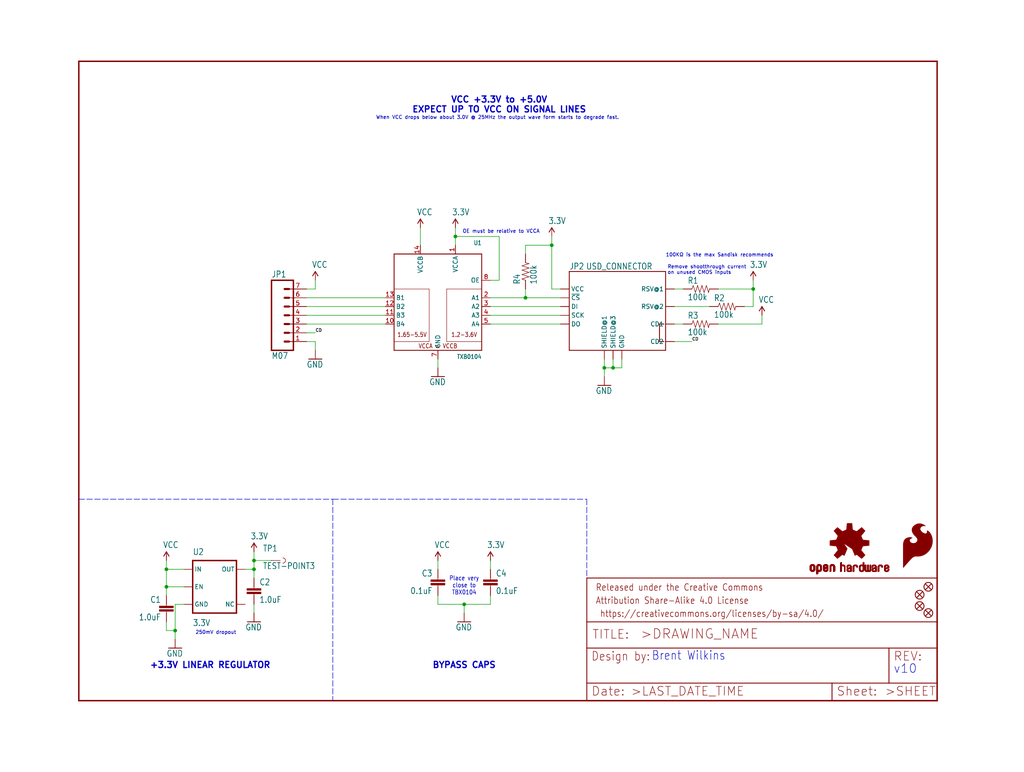
<source format=kicad_sch>
(kicad_sch (version 20211123) (generator eeschema)
  (paper "User" 297.002 223.926)
  (lib_symbols
    (symbol "eagleSchem-eagle-import:0.1UF-25V(+80{slash}-20%)(0603)"
      (property "Reference" "C" (at 1.524 2.921 0))
      (property "Value" "0.1UF-25V(+80{slash}-20%)(0603)" (at 1.524 -2.159 0))
      (symbol "0.1UF-25V(+80{slash}-20%)(0603)_1_0"
        (pin passive line (at 0 5.08 270) (length 2.54) (name "1") (number "1"))
        (pin passive line (at 0 -2.54 90) (length 2.54) (name "2") (number "2"))
      )
    )
    (symbol "eagleSchem-eagle-import:1.0UF-16V-10%(0603)"
      (property "Reference" "C" (at 1.524 2.921 0))
      (property "Value" "1.0UF-16V-10%(0603)" (at 1.524 -2.159 0))
      (symbol "1.0UF-16V-10%(0603)_1_0"
        (pin passive line (at 0 5.08 270) (length 2.54) (name "1") (number "1"))
        (pin passive line (at 0 -2.54 90) (length 2.54) (name "2") (number "2"))
      )
    )
    (symbol "eagleSchem-eagle-import:100KOHM-1{slash}10W-1%(0603)"
      (property "Reference" "R" (at -3.81 1.4986 0))
      (property "Value" "100KOHM-1{slash}10W-1%(0603)" (at -3.81 -3.302 0))
      (symbol "100KOHM-1{slash}10W-1%(0603)_1_0"
        (pin passive line (at -5.08 0 0) (length 2.54) (name "1") (number "1"))
        (pin passive line (at 5.08 0 180) (length 2.54) (name "2") (number "2"))
      )
    )
    (symbol "eagleSchem-eagle-import:3.3V" (power)
      (property "Value" "3.3V" (at -1.016 3.556 0))
      (symbol "3.3V_1_0"
        (pin power_in line (at 0 0 90) (length 2.54) (name "3.3V") (number "1"))
      )
    )
    (symbol "eagleSchem-eagle-import:FIDUCIAL1X2")
    (symbol "eagleSchem-eagle-import:FRAME-LETTER"
      (symbol "FRAME-LETTER_2_0"
        (text " https://creativecommons.org/licenses/by-sa/4.0/" (at 2.54 24.13 0) (effects (font (size 1.9304 1.6408)) (justify left bottom)))
        (text ">DRAWING_NAME" (at 15.494 17.78 0) (effects (font (size 2.7432 2.7432)) (justify left bottom)))
        (text ">LAST_DATE_TIME" (at 12.7 1.27 0) (effects (font (size 2.54 2.54)) (justify left bottom)))
        (text ">SHEET" (at 86.36 1.27 0) (effects (font (size 2.54 2.54)) (justify left bottom)))
        (text "Attribution Share-Alike 4.0 License" (at 2.54 27.94 0) (effects (font (size 1.9304 1.6408)) (justify left bottom)))
        (text "Date:" (at 1.27 1.27 0) (effects (font (size 2.54 2.54)) (justify left bottom)))
        (text "Design by:" (at 1.27 11.43 0) (effects (font (size 2.54 2.159)) (justify left bottom)))
        (text "Released under the Creative Commons" (at 2.54 31.75 0) (effects (font (size 1.9304 1.6408)) (justify left bottom)))
        (text "REV:" (at 88.9 11.43 0) (effects (font (size 2.54 2.54)) (justify left bottom)))
        (text "Sheet:" (at 72.39 1.27 0) (effects (font (size 2.54 2.54)) (justify left bottom)))
        (text "TITLE:" (at 1.524 17.78 0) (effects (font (size 2.54 2.54)) (justify left bottom)))
      )
    )
    (symbol "eagleSchem-eagle-import:GND" (power)
      (property "Value" "GND" (at -2.54 -2.54 0))
      (symbol "GND_1_0"
        (pin power_in line (at 0 2.54 270) (length 2.54) (name "GND") (number "1"))
      )
    )
    (symbol "eagleSchem-eagle-import:M07"
      (property "Reference" "JP" (at -5.08 13.462 0))
      (property "Value" "M07" (at -5.08 -10.16 0))
      (symbol "M07_1_0"
        (pin passive line (at 5.08 -5.08 180) (length 5.08) (name "1") (number "1"))
        (pin passive line (at 5.08 -2.54 180) (length 5.08) (name "2") (number "2"))
        (pin passive line (at 5.08 0 180) (length 5.08) (name "3") (number "3"))
        (pin passive line (at 5.08 2.54 180) (length 5.08) (name "4") (number "4"))
        (pin passive line (at 5.08 5.08 180) (length 5.08) (name "5") (number "5"))
        (pin passive line (at 5.08 7.62 180) (length 5.08) (name "6") (number "6"))
        (pin passive line (at 5.08 10.16 180) (length 5.08) (name "7") (number "7"))
      )
    )
    (symbol "eagleSchem-eagle-import:OSHW-LOGOS")
    (symbol "eagleSchem-eagle-import:SFE_LOGO_FLAME.2_INCH")
    (symbol "eagleSchem-eagle-import:TEST-POINT3"
      (property "Reference" "TP" (at -2.54 2.54 0))
      (property "Value" "TEST-POINT3" (at -2.54 -2.54 0))
      (symbol "TEST-POINT3_1_0"
        (pin bidirectional line (at 0 0 180) (length 0) (name "1") (number "P$1"))
      )
    )
    (symbol "eagleSchem-eagle-import:TXB0104PWRSOIC14"
      (property "Reference" "U" (at -12.7 17.78 0))
      (property "Value" "TXB0104PWRSOIC14" (at -12.7 -15.24 0))
      (symbol "TXB0104PWRSOIC14_1_0"
        (text "1.2-3.6V" (at -11.43 -8.89 0) (effects (font (size 1.27 1.0795)) (justify left bottom)))
        (text "1.65-5.5V" (at 3.175 -8.89 0) (effects (font (size 1.27 1.0795)) (justify left bottom)))
        (text "VCCA ≤ VCCB" (at 0 -12.192 0) (effects (font (size 1.27 1.0795)) (justify bottom)))
        (pin bidirectional line (at -5.08 17.78 270) (length 2.54) (name "VCCA") (number "1"))
        (pin bidirectional line (at 15.24 -5.08 180) (length 2.54) (name "B4") (number "10"))
        (pin bidirectional line (at 15.24 -2.54 180) (length 2.54) (name "B3") (number "11"))
        (pin bidirectional line (at 15.24 0 180) (length 2.54) (name "B2") (number "12"))
        (pin bidirectional line (at 15.24 2.54 180) (length 2.54) (name "B1") (number "13"))
        (pin bidirectional line (at 5.08 17.78 270) (length 2.54) (name "VCCB") (number "14"))
        (pin bidirectional line (at -15.24 2.54 0) (length 2.54) (name "A1") (number "2"))
        (pin bidirectional line (at -15.24 0 0) (length 2.54) (name "A2") (number "3"))
        (pin bidirectional line (at -15.24 -2.54 0) (length 2.54) (name "A3") (number "4"))
        (pin bidirectional line (at -15.24 -5.08 0) (length 2.54) (name "A4") (number "5"))
        (pin bidirectional line (at 0 -15.24 90) (length 2.54) (name "GND") (number "7"))
        (pin bidirectional line (at -15.24 7.62 0) (length 2.54) (name "OE") (number "8"))
      )
    )
    (symbol "eagleSchem-eagle-import:USD_CONNECTOR"
      (property "Reference" "J" (at -12.7 10.668 0))
      (property "Value" "USD_CONNECTOR" (at -7.874 10.668 0))
      (symbol "USD_CONNECTOR_1_0"
        (pin bidirectional line (at 17.78 -5.08 180) (length 2.54) (name "CD1") (number "CD1"))
        (pin bidirectional line (at 17.78 -10.16 180) (length 2.54) (name "CD2") (number "CD2"))
        (pin bidirectional line (at -15.24 2.54 0) (length 2.54) (name "~{CS}") (number "CS"))
        (pin bidirectional line (at -15.24 0 0) (length 2.54) (name "DI") (number "DI"))
        (pin bidirectional line (at -15.24 -5.08 0) (length 2.54) (name "DO") (number "DO"))
        (pin bidirectional line (at 2.54 -15.24 90) (length 2.54) (name "GND") (number "GND"))
        (pin bidirectional line (at -2.54 -15.24 90) (length 2.54) (name "SHIELD@1") (number "GND1"))
        (pin bidirectional line (at 0 -15.24 90) (length 2.54) (name "SHIELD@3") (number "GND3"))
        (pin bidirectional line (at 17.78 5.08 180) (length 2.54) (name "RSV@1") (number "RSV1"))
        (pin bidirectional line (at 17.78 0 180) (length 2.54) (name "RSV@2") (number "RSV2"))
        (pin bidirectional line (at -15.24 -2.54 0) (length 2.54) (name "SCK") (number "SCLK"))
        (pin bidirectional line (at -15.24 5.08 0) (length 2.54) (name "VCC") (number "VCC"))
      )
    )
    (symbol "eagleSchem-eagle-import:VCC" (power)
      (property "Value" "VCC" (at -1.016 3.556 0))
      (symbol "VCC_1_0"
        (pin power_in line (at 0 0 90) (length 2.54) (name "VCC") (number "1"))
      )
    )
    (symbol "eagleSchem-eagle-import:V_REG_AP2112K-3.3V"
      (property "Reference" "U" (at -7.62 9.144 0))
      (property "Value" "V_REG_AP2112K-3.3V" (at -7.62 -11.43 0))
      (symbol "V_REG_AP2112K-3.3V_1_0"
        (pin input line (at -10.16 5.08 0) (length 2.54) (name "IN") (number "1"))
        (pin input line (at -10.16 -5.08 0) (length 2.54) (name "GND") (number "2"))
        (pin input line (at -10.16 0 0) (length 2.54) (name "EN") (number "3"))
        (pin input line (at 7.62 -5.08 180) (length 2.54) (name "NC") (number "4"))
        (pin passive line (at 7.62 5.08 180) (length 2.54) (name "OUT") (number "5"))
      )
    )
  )
  (junction (at 160.02 71.12))
  (junction (at 48.26 165.1))
  (junction (at 48.26 170.18))
  (junction (at 73.66 162.56))
  (junction (at 134.62 175.26))
  (junction (at 177.8 106.68))
  (junction (at 132.08 68.58))
  (junction (at 218.44 83.82))
  (junction (at 73.66 165.1))
  (junction (at 152.4 86.36))
  (junction (at 175.26 106.68))
  (junction (at 50.8 182.88))
  (wire (pts (xy 50.8 182.88) (xy 50.8 185.42)))
  (wire (pts (xy 48.26 165.1) (xy 48.26 162.56)))
  (wire (pts (xy 177.8 106.68) (xy 180.34 106.68)))
  (wire (pts (xy 134.62 175.26) (xy 142.24 175.26)))
  (wire (pts (xy 152.4 71.12) (xy 160.02 71.12)))
  (wire (pts (xy 111.76 86.36) (xy 88.9 86.36)))
  (wire (pts (xy 53.34 170.18) (xy 48.26 170.18)))
  (wire (pts (xy 215.9 88.9) (xy 218.44 88.9)))
  (wire (pts (xy 175.26 104.14) (xy 175.26 106.68)))
  (wire (pts (xy 162.56 86.36) (xy 152.4 86.36)))
  (wire (pts (xy 177.8 104.14) (xy 177.8 106.68)))
  (wire (pts (xy 127 172.72) (xy 127 175.26)))
  (wire (pts (xy 88.9 83.82) (xy 91.44 83.82)))
  (wire (pts (xy 132.08 68.58) (xy 132.08 71.12)))
  (wire (pts (xy 152.4 83.82) (xy 152.4 86.36)))
  (wire (pts (xy 162.56 83.82) (xy 160.02 83.82)))
  (wire (pts (xy 218.44 88.9) (xy 218.44 83.82)))
  (wire (pts (xy 91.44 83.82) (xy 91.44 81.28)))
  (wire (pts (xy 50.8 175.26) (xy 50.8 182.88)))
  (wire (pts (xy 218.44 81.28) (xy 218.44 83.82)))
  (wire (pts (xy 160.02 71.12) (xy 160.02 68.58)))
  (wire (pts (xy 162.56 88.9) (xy 142.24 88.9)))
  (polyline (pts (xy 170.18 144.78) (xy 170.18 167.64)))
  (wire (pts (xy 88.9 99.06) (xy 91.44 99.06)))
  (wire (pts (xy 152.4 73.66) (xy 152.4 71.12)))
  (wire (pts (xy 195.58 88.9) (xy 205.74 88.9)))
  (wire (pts (xy 73.66 162.56) (xy 73.66 160.02)))
  (wire (pts (xy 142.24 175.26) (xy 142.24 172.72)))
  (wire (pts (xy 180.34 104.14) (xy 180.34 106.68)))
  (wire (pts (xy 71.12 165.1) (xy 73.66 165.1)))
  (wire (pts (xy 88.9 96.52) (xy 91.44 96.52)))
  (wire (pts (xy 208.28 93.98) (xy 220.98 93.98)))
  (wire (pts (xy 127 106.68) (xy 127 104.14)))
  (wire (pts (xy 73.66 175.26) (xy 73.66 177.8)))
  (wire (pts (xy 88.9 88.9) (xy 111.76 88.9)))
  (wire (pts (xy 53.34 175.26) (xy 50.8 175.26)))
  (wire (pts (xy 48.26 172.72) (xy 48.26 170.18)))
  (wire (pts (xy 73.66 165.1) (xy 73.66 162.56)))
  (wire (pts (xy 121.92 66.04) (xy 121.92 71.12)))
  (wire (pts (xy 220.98 91.44) (xy 220.98 93.98)))
  (wire (pts (xy 88.9 93.98) (xy 111.76 93.98)))
  (wire (pts (xy 53.34 165.1) (xy 48.26 165.1)))
  (wire (pts (xy 152.4 86.36) (xy 142.24 86.36)))
  (wire (pts (xy 48.26 180.34) (xy 48.26 182.88)))
  (wire (pts (xy 91.44 99.06) (xy 91.44 101.6)))
  (wire (pts (xy 162.56 93.98) (xy 142.24 93.98)))
  (wire (pts (xy 160.02 83.82) (xy 160.02 71.12)))
  (wire (pts (xy 48.26 170.18) (xy 48.26 165.1)))
  (wire (pts (xy 195.58 83.82) (xy 198.12 83.82)))
  (wire (pts (xy 208.28 83.82) (xy 218.44 83.82)))
  (wire (pts (xy 132.08 66.04) (xy 132.08 68.58)))
  (wire (pts (xy 175.26 106.68) (xy 175.26 109.22)))
  (polyline (pts (xy 22.86 144.78) (xy 96.52 144.78)))
  (wire (pts (xy 78.74 162.56) (xy 73.66 162.56)))
  (wire (pts (xy 127 175.26) (xy 134.62 175.26)))
  (wire (pts (xy 142.24 81.28) (xy 144.78 81.28)))
  (wire (pts (xy 127 162.56) (xy 127 165.1)))
  (polyline (pts (xy 96.52 144.78) (xy 170.18 144.78)))
  (wire (pts (xy 144.78 81.28) (xy 144.78 68.58)))
  (wire (pts (xy 111.76 91.44) (xy 88.9 91.44)))
  (wire (pts (xy 73.66 165.1) (xy 73.66 167.64)))
  (polyline (pts (xy 96.52 144.78) (xy 96.52 203.2)))
  (wire (pts (xy 48.26 182.88) (xy 50.8 182.88)))
  (wire (pts (xy 175.26 106.68) (xy 177.8 106.68)))
  (wire (pts (xy 162.56 91.44) (xy 142.24 91.44)))
  (wire (pts (xy 142.24 165.1) (xy 142.24 162.56)))
  (wire (pts (xy 144.78 68.58) (xy 132.08 68.58)))
  (wire (pts (xy 134.62 175.26) (xy 134.62 177.8)))
  (wire (pts (xy 195.58 99.06) (xy 200.66 99.06)))
  (wire (pts (xy 195.58 93.98) (xy 198.12 93.98)))
  (text "When VCC drops below about 3.0V @ 25MHz the output wave form starts to degrade fast." (at 144.272 34.798 0) (effects (font (size 1.016 1.016)) (justify bottom)))
  (text "v10" (at 259.08 195.58 180) (effects (font (size 2.54 2.54)) (justify left bottom)))
  (text "BYPASS CAPS" (at 134.62 193.04 180) (effects (font (size 1.778 1.778) (thickness 0.3556) bold)))
  (text "VCC +3.3V to +5.0V\nEXPECT UP TO VCC ON SIGNAL LINES" (at 144.78 30.48 0) (effects (font (size 1.778 1.778) (thickness 0.3556) bold)))
  (text "100KΩ is the max Sandisk recommends" (at 193.04 74.676 180) (effects (font (size 1.016 1.016)) (justify left bottom)))
  (text "Place very\nclose to\nTBX0104" (at 134.62 172.72 180) (effects (font (size 1.27 1.0795)) (justify bottom)))
  (text "+3.3V LINEAR REGULATOR" (at 60.96 193.04 180) (effects (font (size 1.778 1.778) (thickness 0.3556) bold)))
  (text "Remove shootthrough current\non unused CMOS inputs" (at 193.548 79.756 180) (effects (font (size 1.016 1.016)) (justify left bottom)))
  (text "OE must be relative to VCCA" (at 134.112 67.818 180) (effects (font (size 1.016 1.016)) (justify left bottom)))
  (text "Brent Wilkins" (at 188.976 191.77 180) (effects (font (size 2.54 2.159)) (justify left bottom)))
  (text "250mV dropout" (at 56.642 184.15 180) (effects (font (size 1.016 1.016)) (justify left bottom)))
  (label "CD" (at 200.66 99.06 0) (effects (font (size 0.889 0.889))))
  (label "CD" (at 91.44 96.52 0) (effects (font (size 0.889 0.889))))
  (symbol (lib_id "eagleSchem-eagle-import:V_REG_AP2112K-3.3V") (at 63.5 170.18 0) (unit 1)
    (property "Reference" "U2" (at 55.88 161.036 0) (effects (font (size 1.778 1.5113)) (justify left bottom)))
    (property "Value" "3.3V" (at 55.88 181.61 0) (effects (font (size 1.778 1.5113)) (justify left bottom)))
    (property "Footprint" "eagleSchem:SOT23-5" (effects hide))
  )
  (symbol (lib_id "eagleSchem-eagle-import:FRAME-LETTER") (at 22.86 203.2 0) (unit 1)
    (property "Reference" "FRAME1" (effects hide))
    (property "Value" "FRAME-LETTER" (effects hide))
    (property "Footprint" "eagleSchem:CREATIVE_COMMONS" (effects hide))
  )
  (symbol (lib_id "eagleSchem-eagle-import:FIDUCIAL1X2") (at 269.24 177.8 0) (unit 1)
    (property "Reference" "FID2" (effects hide))
    (property "Value" "FIDUCIAL1X2" (effects hide))
    (property "Footprint" "eagleSchem:FIDUCIAL-1X2" (effects hide))
  )
  (symbol (lib_id "eagleSchem-eagle-import:GND") (at 127 109.22 0) (unit 1)
    (property "Reference" "#GND5" (effects hide))
    (property "Value" "GND" (at 124.46 111.76 0) (effects (font (size 1.778 1.5113)) (justify left bottom)))
    (property "Footprint" "eagleSchem:" (effects hide))
  )
  (symbol (lib_id "eagleSchem-eagle-import:FIDUCIAL1X2") (at 266.7 175.768 0) (unit 1)
    (property "Reference" "FID3" (effects hide))
    (property "Value" "FIDUCIAL1X2" (effects hide))
    (property "Footprint" "eagleSchem:FIDUCIAL-1X2" (effects hide))
  )
  (symbol (lib_id "eagleSchem-eagle-import:100KOHM-1{slash}10W-1%(0603)") (at 210.82 88.9 0) (unit 1)
    (property "Reference" "R2" (at 207.01 87.4014 0) (effects (font (size 1.778 1.5113)) (justify left bottom)))
    (property "Value" "100k" (at 207.01 92.202 0) (effects (font (size 1.778 1.5113)) (justify left bottom)))
    (property "Footprint" "eagleSchem:0603-RES" (effects hide))
  )
  (symbol (lib_id "eagleSchem-eagle-import:3.3V") (at 132.08 66.04 0) (unit 1)
    (property "Reference" "#SUPPLY14" (effects hide))
    (property "Value" "3.3V" (at 131.064 62.484 0) (effects (font (size 1.778 1.5113)) (justify left bottom)))
    (property "Footprint" "eagleSchem:" (effects hide))
  )
  (symbol (lib_id "eagleSchem-eagle-import:VCC") (at 121.92 66.04 0) (unit 1)
    (property "Reference" "#SUPPLY15" (effects hide))
    (property "Value" "VCC" (at 120.904 62.484 0) (effects (font (size 1.778 1.5113)) (justify left bottom)))
    (property "Footprint" "eagleSchem:" (effects hide))
  )
  (symbol (lib_id "eagleSchem-eagle-import:FIDUCIAL1X2") (at 266.7 172.466 0) (unit 1)
    (property "Reference" "FID4" (effects hide))
    (property "Value" "FIDUCIAL1X2" (effects hide))
    (property "Footprint" "eagleSchem:FIDUCIAL-1X2" (effects hide))
  )
  (symbol (lib_id "eagleSchem-eagle-import:1.0UF-16V-10%(0603)") (at 48.26 177.8 0) (mirror y) (unit 1)
    (property "Reference" "C1" (at 46.736 174.879 0) (effects (font (size 1.778 1.5113)) (justify left bottom)))
    (property "Value" "1.0uF" (at 46.736 179.959 0) (effects (font (size 1.778 1.5113)) (justify left bottom)))
    (property "Footprint" "eagleSchem:0603-CAP" (effects hide))
  )
  (symbol (lib_id "eagleSchem-eagle-import:GND") (at 91.44 104.14 0) (unit 1)
    (property "Reference" "#GND1" (effects hide))
    (property "Value" "GND" (at 88.9 106.68 0) (effects (font (size 1.778 1.5113)) (justify left bottom)))
    (property "Footprint" "eagleSchem:" (effects hide))
  )
  (symbol (lib_id "eagleSchem-eagle-import:GND") (at 50.8 187.96 0) (unit 1)
    (property "Reference" "#GND2" (effects hide))
    (property "Value" "GND" (at 48.26 190.5 0) (effects (font (size 1.778 1.5113)) (justify left bottom)))
    (property "Footprint" "eagleSchem:" (effects hide))
  )
  (symbol (lib_id "eagleSchem-eagle-import:FIDUCIAL1X2") (at 269.24 170.18 0) (unit 1)
    (property "Reference" "FID1" (effects hide))
    (property "Value" "FIDUCIAL1X2" (effects hide))
    (property "Footprint" "eagleSchem:FIDUCIAL-1X2" (effects hide))
  )
  (symbol (lib_id "eagleSchem-eagle-import:TEST-POINT3") (at 78.74 162.56 0) (unit 1)
    (property "Reference" "TP1" (at 76.2 160.02 0) (effects (font (size 1.778 1.5113)) (justify left bottom)))
    (property "Value" "TEST-POINT3" (at 76.2 165.1 0) (effects (font (size 1.778 1.5113)) (justify left bottom)))
    (property "Footprint" "eagleSchem:PAD.03X.03" (effects hide))
  )
  (symbol (lib_id "eagleSchem-eagle-import:VCC") (at 91.44 81.28 0) (unit 1)
    (property "Reference" "#SUPPLY13" (effects hide))
    (property "Value" "VCC" (at 90.424 77.724 0) (effects (font (size 1.778 1.5113)) (justify left bottom)))
    (property "Footprint" "eagleSchem:" (effects hide))
  )
  (symbol (lib_id "eagleSchem-eagle-import:VCC") (at 48.26 162.56 0) (unit 1)
    (property "Reference" "#SUPPLY9" (effects hide))
    (property "Value" "VCC" (at 47.244 159.004 0) (effects (font (size 1.778 1.5113)) (justify left bottom)))
    (property "Footprint" "eagleSchem:" (effects hide))
  )
  (symbol (lib_id "eagleSchem-eagle-import:0.1UF-25V(+80{slash}-20%)(0603)") (at 127 170.18 0) (mirror y) (unit 1)
    (property "Reference" "C3" (at 125.476 167.259 0) (effects (font (size 1.778 1.5113)) (justify left bottom)))
    (property "Value" "0.1uF" (at 125.476 172.339 0) (effects (font (size 1.778 1.5113)) (justify left bottom)))
    (property "Footprint" "eagleSchem:0603-CAP" (effects hide))
  )
  (symbol (lib_id "eagleSchem-eagle-import:M07") (at 83.82 93.98 0) (unit 1)
    (property "Reference" "JP1" (at 78.74 80.518 0) (effects (font (size 1.778 1.5113)) (justify left bottom)))
    (property "Value" "M07" (at 78.74 104.14 0) (effects (font (size 1.778 1.5113)) (justify left bottom)))
    (property "Footprint" "eagleSchem:1X07" (effects hide))
  )
  (symbol (lib_id "eagleSchem-eagle-import:FRAME-LETTER") (at 170.18 203.2 0) (unit 2)
    (property "Reference" "FRAME1" (effects hide))
    (property "Value" "FRAME-LETTER" (effects hide))
    (property "Footprint" "eagleSchem:CREATIVE_COMMONS" (effects hide))
  )
  (symbol (lib_id "eagleSchem-eagle-import:3.3V") (at 73.66 160.02 0) (unit 1)
    (property "Reference" "#SUPPLY4" (effects hide))
    (property "Value" "3.3V" (at 72.644 156.464 0) (effects (font (size 1.778 1.5113)) (justify left bottom)))
    (property "Footprint" "eagleSchem:" (effects hide))
  )
  (symbol (lib_id "eagleSchem-eagle-import:100KOHM-1{slash}10W-1%(0603)") (at 203.2 93.98 0) (unit 1)
    (property "Reference" "R3" (at 199.39 92.4814 0) (effects (font (size 1.778 1.5113)) (justify left bottom)))
    (property "Value" "100k" (at 199.39 97.282 0) (effects (font (size 1.778 1.5113)) (justify left bottom)))
    (property "Footprint" "eagleSchem:0603-RES" (effects hide))
  )
  (symbol (lib_id "eagleSchem-eagle-import:TXB0104PWRSOIC14") (at 127 88.9 0) (mirror y) (unit 1)
    (property "Reference" "U1" (at 139.7 71.12 0) (effects (font (size 1.27 1.0795)) (justify left bottom)))
    (property "Value" "TXB0104" (at 139.7 104.14 0) (effects (font (size 1.27 1.0795)) (justify left bottom)))
    (property "Footprint" "eagleSchem:SO14" (effects hide))
  )
  (symbol (lib_id "eagleSchem-eagle-import:GND") (at 134.62 180.34 0) (unit 1)
    (property "Reference" "#GND6" (effects hide))
    (property "Value" "GND" (at 132.08 182.88 0) (effects (font (size 1.778 1.5113)) (justify left bottom)))
    (property "Footprint" "eagleSchem:" (effects hide))
  )
  (symbol (lib_id "eagleSchem-eagle-import:OSHW-LOGOS") (at 246.38 157.48 0) (unit 1)
    (property "Reference" "LOGO2" (effects hide))
    (property "Value" "OSHW-LOGOS" (effects hide))
    (property "Footprint" "eagleSchem:OSHW-LOGO-S" (effects hide))
  )
  (symbol (lib_id "eagleSchem-eagle-import:3.3V") (at 142.24 162.56 0) (unit 1)
    (property "Reference" "#SUPPLY5" (effects hide))
    (property "Value" "3.3V" (at 141.224 159.004 0) (effects (font (size 1.778 1.5113)) (justify left bottom)))
    (property "Footprint" "eagleSchem:" (effects hide))
  )
  (symbol (lib_id "eagleSchem-eagle-import:GND") (at 175.26 111.76 0) (unit 1)
    (property "Reference" "#GND3" (effects hide))
    (property "Value" "GND" (at 172.72 114.3 0) (effects (font (size 1.778 1.5113)) (justify left bottom)))
    (property "Footprint" "eagleSchem:" (effects hide))
  )
  (symbol (lib_id "eagleSchem-eagle-import:3.3V") (at 218.44 81.28 0) (unit 1)
    (property "Reference" "#SUPPLY3" (effects hide))
    (property "Value" "3.3V" (at 217.424 77.724 0) (effects (font (size 1.778 1.5113)) (justify left bottom)))
    (property "Footprint" "eagleSchem:" (effects hide))
  )
  (symbol (lib_id "eagleSchem-eagle-import:VCC") (at 127 162.56 0) (unit 1)
    (property "Reference" "#SUPPLY1" (effects hide))
    (property "Value" "VCC" (at 125.984 159.004 0) (effects (font (size 1.778 1.5113)) (justify left bottom)))
    (property "Footprint" "eagleSchem:" (effects hide))
  )
  (symbol (lib_id "eagleSchem-eagle-import:100KOHM-1{slash}10W-1%(0603)") (at 152.4 78.74 90) (unit 1)
    (property "Reference" "R4" (at 150.9014 82.55 0) (effects (font (size 1.778 1.5113)) (justify left bottom)))
    (property "Value" "100k" (at 155.702 82.55 0) (effects (font (size 1.778 1.5113)) (justify left bottom)))
    (property "Footprint" "eagleSchem:0603-RES" (effects hide))
  )
  (symbol (lib_id "eagleSchem-eagle-import:0.1UF-25V(+80{slash}-20%)(0603)") (at 142.24 170.18 0) (unit 1)
    (property "Reference" "C4" (at 143.764 167.259 0) (effects (font (size 1.778 1.5113)) (justify left bottom)))
    (property "Value" "0.1uF" (at 143.764 172.339 0) (effects (font (size 1.778 1.5113)) (justify left bottom)))
    (property "Footprint" "eagleSchem:0603-CAP" (effects hide))
  )
  (symbol (lib_id "eagleSchem-eagle-import:3.3V") (at 160.02 68.58 0) (unit 1)
    (property "Reference" "#SUPPLY2" (effects hide))
    (property "Value" "3.3V" (at 159.004 65.024 0) (effects (font (size 1.778 1.5113)) (justify left bottom)))
    (property "Footprint" "eagleSchem:" (effects hide))
  )
  (symbol (lib_id "eagleSchem-eagle-import:GND") (at 73.66 180.34 0) (unit 1)
    (property "Reference" "#GND4" (effects hide))
    (property "Value" "GND" (at 71.12 182.88 0) (effects (font (size 1.778 1.5113)) (justify left bottom)))
    (property "Footprint" "eagleSchem:" (effects hide))
  )
  (symbol (lib_id "eagleSchem-eagle-import:VCC") (at 220.98 91.44 0) (unit 1)
    (property "Reference" "#SUPPLY16" (effects hide))
    (property "Value" "VCC" (at 219.964 87.884 0) (effects (font (size 1.778 1.5113)) (justify left bottom)))
    (property "Footprint" "eagleSchem:" (effects hide))
  )
  (symbol (lib_id "eagleSchem-eagle-import:1.0UF-16V-10%(0603)") (at 73.66 172.72 0) (unit 1)
    (property "Reference" "C2" (at 75.184 169.799 0) (effects (font (size 1.778 1.5113)) (justify left bottom)))
    (property "Value" "1.0uF" (at 75.184 174.879 0) (effects (font (size 1.778 1.5113)) (justify left bottom)))
    (property "Footprint" "eagleSchem:0603-CAP" (effects hide))
  )
  (symbol (lib_id "eagleSchem-eagle-import:USD_CONNECTOR") (at 177.8 88.9 0) (unit 1)
    (property "Reference" "JP2" (at 165.1 78.232 0) (effects (font (size 1.778 1.5113)) (justify left bottom)))
    (property "Value" "USD_CONNECTOR" (at 169.926 78.232 0) (effects (font (size 1.778 1.5113)) (justify left bottom)))
    (property "Footprint" "eagleSchem:MICRO-SD-SOCKET-PP" (effects hide))
  )
  (symbol (lib_id "eagleSchem-eagle-import:100KOHM-1{slash}10W-1%(0603)") (at 203.2 83.82 0) (unit 1)
    (property "Reference" "R1" (at 199.39 82.3214 0) (effects (font (size 1.778 1.5113)) (justify left bottom)))
    (property "Value" "100k" (at 199.39 87.122 0) (effects (font (size 1.778 1.5113)) (justify left bottom)))
    (property "Footprint" "eagleSchem:0603-RES" (effects hide))
  )
  (symbol (lib_id "eagleSchem-eagle-import:SFE_LOGO_FLAME.2_INCH") (at 261.62 165.1 0) (unit 1)
    (property "Reference" "LOGO1" (effects hide))
    (property "Value" "SFE_LOGO_FLAME.2_INCH" (effects hide))
    (property "Footprint" "eagleSchem:SFE_LOGO_FLAME_.2" (effects hide))
  )
)
</source>
